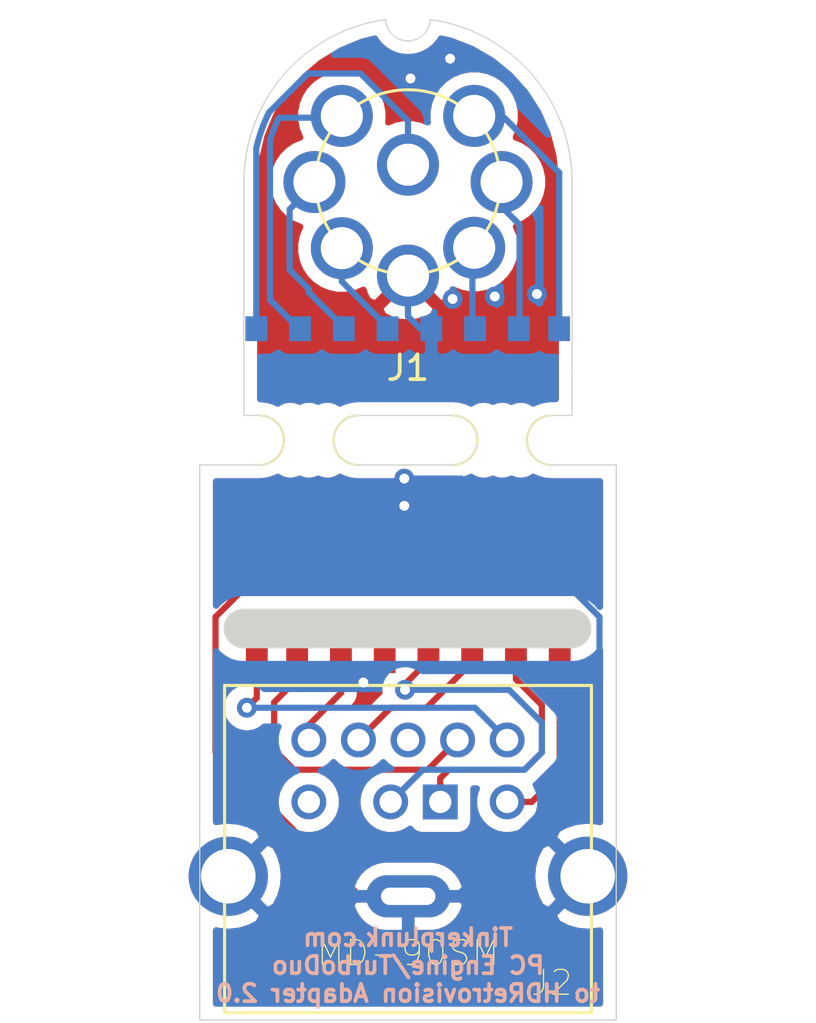
<source format=kicad_pcb>
(kicad_pcb (version 20171130) (host pcbnew "(5.1.0)-1")

  (general
    (thickness 1.6)
    (drawings 22)
    (tracks 119)
    (zones 0)
    (modules 6)
    (nets 11)
  )

  (page A4)
  (layers
    (0 F.Cu signal)
    (31 B.Cu signal)
    (32 B.Adhes user)
    (33 F.Adhes user)
    (34 B.Paste user)
    (35 F.Paste user)
    (36 B.SilkS user)
    (37 F.SilkS user)
    (38 B.Mask user)
    (39 F.Mask user)
    (40 Dwgs.User user)
    (41 Cmts.User user)
    (42 Eco1.User user hide)
    (43 Eco2.User user)
    (44 Edge.Cuts user)
    (45 Margin user)
    (46 B.CrtYd user)
    (47 F.CrtYd user)
    (48 B.Fab user)
    (49 F.Fab user)
  )

  (setup
    (last_trace_width 0.25)
    (trace_clearance 0.2)
    (zone_clearance 0.508)
    (zone_45_only no)
    (trace_min 0.2)
    (via_size 0.8)
    (via_drill 0.4)
    (via_min_size 0.4)
    (via_min_drill 0.3)
    (uvia_size 0.3)
    (uvia_drill 0.1)
    (uvias_allowed no)
    (uvia_min_size 0.2)
    (uvia_min_drill 0.1)
    (edge_width 0.05)
    (segment_width 0.2)
    (pcb_text_width 0.3)
    (pcb_text_size 1.5 1.5)
    (mod_edge_width 0.12)
    (mod_text_size 1 1)
    (mod_text_width 0.15)
    (pad_size 3.2 3.2)
    (pad_drill 2.2)
    (pad_to_mask_clearance 0.051)
    (solder_mask_min_width 0.25)
    (aux_axis_origin 0 0)
    (visible_elements 7FFFFFFF)
    (pcbplotparams
      (layerselection 0x010f0_ffffffff)
      (usegerberextensions true)
      (usegerberattributes false)
      (usegerberadvancedattributes false)
      (creategerberjobfile false)
      (excludeedgelayer true)
      (linewidth 0.100000)
      (plotframeref false)
      (viasonmask false)
      (mode 1)
      (useauxorigin false)
      (hpglpennumber 1)
      (hpglpenspeed 20)
      (hpglpendiameter 15.000000)
      (psnegative false)
      (psa4output false)
      (plotreference true)
      (plotvalue true)
      (plotinvisibletext false)
      (padsonsilk false)
      (subtractmaskfromsilk false)
      (outputformat 1)
      (mirror false)
      (drillshape 0)
      (scaleselection 1)
      (outputdirectory "Gerbers/"))
  )

  (net 0 "")
  (net 1 SYNC)
  (net 2 LEFT)
  (net 3 GND)
  (net 4 RED)
  (net 5 BLUE)
  (net 6 5V)
  (net 7 RIGHT)
  (net 8 GREEN)
  (net 9 "Net-(J2-Pad6)")
  (net 10 "Net-(J2-Pad5)")

  (net_class Default "This is the default net class."
    (clearance 0.2)
    (trace_width 0.25)
    (via_dia 0.8)
    (via_drill 0.4)
    (uvia_dia 0.3)
    (uvia_drill 0.1)
    (add_net 5V)
    (add_net BLUE)
    (add_net GND)
    (add_net GREEN)
    (add_net LEFT)
    (add_net "Net-(J2-Pad5)")
    (add_net "Net-(J2-Pad6)")
    (add_net RED)
    (add_net RIGHT)
    (add_net SYNC)
  )

  (module CUI_MD-90SM:CUI_MD-90SM (layer F.Cu) (tedit 5D27ABC1) (tstamp 5D0E40C8)
    (at 198.6 127 180)
    (path /5D0D9F7E)
    (fp_text reference J2 (at -5.8 -3.5 180) (layer F.SilkS)
      (effects (font (size 1.00068 1.00068) (thickness 0.05)))
    )
    (fp_text value MD-90SM (at 0 -2.3 180) (layer F.SilkS)
      (effects (font (size 1.00194 1.00194) (thickness 0.05)))
    )
    (fp_line (start -7.4 -4.71) (end 7.4 -4.71) (layer F.SilkS) (width 0.127))
    (fp_line (start 7.4 8.5) (end -7.4 8.5) (layer F.SilkS) (width 0.127))
    (fp_line (start -1.4578 -4.63026) (end -1.4578 -3.82226) (layer Eco2.User) (width 0.1524))
    (fp_line (start -1.4578 -3.82226) (end 1.4378 -3.82226) (layer Eco2.User) (width 0.1524))
    (fp_line (start 1.4378 -3.82226) (end 1.4378 -4.63026) (layer Eco2.User) (width 0.1524))
    (fp_text user PANEL~FRONT (at -1.10423 -4.20527 180 unlocked) (layer Dwgs.User)
      (effects (font (size 1 1) (thickness 0.05)))
    )
    (fp_line (start -7.65 -4.96) (end 7.65 -4.96) (layer Eco1.User) (width 0.05))
    (fp_line (start 7.65 8.75) (end -7.65 8.75) (layer Eco1.User) (width 0.05))
    (fp_line (start -3.51 -4.71) (end -3.51 1.29) (layer Eco2.User) (width 0.1524))
    (fp_line (start -3.51 1.29) (end 3.49 1.29) (layer Eco2.User) (width 0.1524))
    (fp_line (start 3.49 1.29) (end 3.49 -4.71) (layer Eco2.User) (width 0.1524))
    (fp_line (start -7.4 8.5) (end -7.4 -4.7) (layer Eco2.User) (width 0.127))
    (fp_line (start -7.4 -4.7) (end 7.4 -4.7) (layer Eco2.User) (width 0.127))
    (fp_line (start 7.4 -4.7) (end 7.4 8.5) (layer Eco2.User) (width 0.127))
    (fp_line (start 7.4 8.5) (end -7.4 8.5) (layer Eco2.User) (width 0.127))
    (fp_line (start -7.4 -4.7) (end -7.4 -1) (layer F.SilkS) (width 0.127))
    (fp_line (start -7.4 8.5) (end -7.4 -1) (layer F.SilkS) (width 0.127))
    (fp_line (start 7.4 -4.7) (end 7.4 -1) (layer F.SilkS) (width 0.127))
    (fp_line (start 7.4 8.5) (end 7.4 -1) (layer F.SilkS) (width 0.127))
    (fp_line (start -7.65 -4.96) (end -7.65 -1.01) (layer Eco1.User) (width 0.05))
    (fp_line (start -7.65 -1.01) (end -7.65 -1.01) (layer Eco1.User) (width 0.05))
    (fp_line (start -7.65 -1.01) (end -7.65 2.82) (layer Eco1.User) (width 0.05))
    (fp_line (start -7.65 2.82) (end -7.65 2.82) (layer Eco1.User) (width 0.05))
    (fp_line (start -7.65 2.82) (end -7.65 8.75) (layer Eco1.User) (width 0.05))
    (fp_line (start 7.65 -4.96) (end 7.65 -1.11) (layer Eco1.User) (width 0.05))
    (fp_line (start 7.65 -1.11) (end 7.66 -1.11) (layer Eco1.User) (width 0.05))
    (fp_line (start 7.66 -1.11) (end 7.66 2.75) (layer Eco1.User) (width 0.05))
    (fp_line (start 7.66 2.75) (end 7.66 2.75) (layer Eco1.User) (width 0.05))
    (fp_line (start 7.65 8.75) (end 7.65 2.75) (layer Eco1.User) (width 0.05))
    (pad S1 thru_hole oval (at -0.01 -0.01 180) (size 3.4 1.7) (drill oval 2.2 0.7) (layers *.Cu *.Mask)
      (net 3 GND))
    (pad 3 thru_hole circle (at -4 3.8 180) (size 1.408 1.408) (drill 0.9) (layers *.Cu *.Mask)
      (net 8 GREEN))
    (pad 1 thru_hole rect (at -1.3 3.8 180) (size 1.408 1.408) (drill 0.9) (layers *.Cu *.Mask)
      (net 5 BLUE))
    (pad 2 thru_hole circle (at 0.7 3.8 180) (size 1.408 1.408) (drill 0.9) (layers *.Cu *.Mask)
      (net 6 5V))
    (pad 6 thru_hole circle (at 4 3.8 180) (size 1.408 1.408) (drill 0.9) (layers *.Cu *.Mask)
      (net 9 "Net-(J2-Pad6)"))
    (pad 7 thru_hole circle (at -4 6.3 180) (size 1.408 1.408) (drill 0.9) (layers *.Cu *.Mask)
      (net 4 RED))
    (pad 9 thru_hole circle (at 4 6.3 180) (size 1.408 1.408) (drill 0.9) (layers *.Cu *.Mask)
      (net 7 RIGHT))
    (pad 8 thru_hole circle (at 2 6.3 180) (size 1.408 1.408) (drill 0.9) (layers *.Cu *.Mask)
      (net 2 LEFT))
    (pad 4 thru_hole circle (at -2 6.3 180) (size 1.408 1.408) (drill 0.9) (layers *.Cu *.Mask)
      (net 1 SYNC))
    (pad 5 thru_hole circle (at 0 6.3 180) (size 1.408 1.408) (drill 0.9) (layers *.Cu *.Mask)
      (net 10 "Net-(J2-Pad5)"))
    (pad S thru_hole circle (at 7.25 0.8 180) (size 3.2 3.2) (drill 2.2) (layers *.Cu *.Mask)
      (net 3 GND))
    (pad S thru_hole circle (at -7.25 0.8 180) (size 3.2 3.2) (drill 2.2) (layers *.Cu *.Mask)
      (net 3 GND))
    (model "C:/Users/jacob/Documents/Github/Tinkerplunk-KiCAD-Footprints/Tinkerplunk.pretty/3D Models/CUI_MD-90S.step"
      (offset (xyz 0 4.75 6.5))
      (scale (xyz 1 1 1))
      (rotate (xyz -90 0 -90))
    )
  )

  (module Tinkerplunk:8_PIN_DIN_MALE (layer F.Cu) (tedit 5D1D0892) (tstamp 5D0E4095)
    (at 198.6 98.18)
    (path /5D0D9AEA)
    (fp_text reference J1 (at 0 7.5) (layer F.SilkS)
      (effects (font (size 1 1) (thickness 0.15)))
    )
    (fp_text value DIN-8 (at 0 -6.5) (layer F.Fab)
      (effects (font (size 1 1) (thickness 0.15)))
    )
    (fp_circle (center 0 0) (end 3.725 0) (layer F.SilkS) (width 0.12))
    (pad 3 thru_hole circle (at 3.775 0) (size 2.5 2.5) (drill 1.7) (layers *.Cu *.Mask)
      (net 1 SYNC))
    (pad 1 thru_hole circle (at -3.775 0) (size 2.5 2.5) (drill 1.7) (layers *.Cu *.Mask)
      (net 2 LEFT))
    (pad 2 thru_hole circle (at 0 3.775) (size 2.5 2.5) (drill 1.7) (layers *.Cu *.Mask)
      (net 3 GND))
    (pad 7 thru_hole circle (at 2.669328 -2.669328) (size 2.5 2.5) (drill 1.7) (layers *.Cu *.Mask)
      (net 4 RED))
    (pad 6 thru_hole circle (at -2.669328 -2.669328) (size 2.5 2.5) (drill 1.7) (layers *.Cu *.Mask)
      (net 5 BLUE))
    (pad 4 thru_hole circle (at -2.669328 2.669328) (size 2.5 2.5) (drill 1.7) (layers *.Cu *.Mask)
      (net 6 5V))
    (pad 5 thru_hole circle (at 2.669328 2.651651) (size 2.5 2.5) (drill 1.7) (layers *.Cu *.Mask)
      (net 7 RIGHT))
    (pad 8 thru_hole circle (at 0 -0.7) (size 2.5 2.5) (drill 1.7) (layers *.Cu *.Mask)
      (net 8 GREEN))
  )

  (module TestPoint:TestPoint_Pad_1.0x1.0mm (layer B.Cu) (tedit 5D0DB027) (tstamp 5D0E4F18)
    (at 205.22 118 180)
    (descr "SMD rectangular pad as test Point, square 1.0mm side length")
    (tags "test point SMD pad rectangle square")
    (attr virtual)
    (fp_text reference REF** (at 0 3.65 180) (layer B.SilkS) hide
      (effects (font (size 1 1) (thickness 0.15)) (justify mirror))
    )
    (fp_text value TestPoint_Pad_1.0x1.0mm (at 0 -3.65 180) (layer B.Fab)
      (effects (font (size 1 1) (thickness 0.15)) (justify mirror))
    )
    (fp_text user %R (at 0 3.65 180) (layer B.Fab)
      (effects (font (size 1 1) (thickness 0.15)) (justify mirror))
    )
    (pad 8 smd rect (at 12.72 0.5 180) (size 0.882667 1) (layers F.Cu F.Mask)
      (net 4 RED))
    (pad 7 smd rect (at 11.092004 0.5 180) (size 0.882667 1) (layers F.Cu F.Mask)
      (net 1 SYNC))
    (pad 6 smd rect (at 9.32667 0.5 180) (size 0.882667 1) (layers F.Cu F.Mask)
      (net 7 RIGHT))
    (pad 5 smd rect (at 7.561336 0.5 180) (size 0.882667 1) (layers F.Cu F.Mask)
      (net 3 GND))
    (pad 4 smd rect (at 5.796002 0.5 180) (size 0.882667 1) (layers F.Cu F.Mask)
      (net 6 5V))
    (pad 3 smd rect (at 4.030668 0.5 180) (size 0.882667 1) (layers F.Cu F.Mask)
      (net 2 LEFT))
    (pad 2 smd rect (at 2.265334 0.5 180) (size 0.882667 1) (layers F.Cu F.Mask)
      (net 5 BLUE))
    (pad 1 smd rect (at 0.5 0.5 180) (size 0.882667 1) (layers F.Cu F.Mask)
      (net 8 GREEN))
  )

  (module Panelization:mouse-bite-2mm-slot (layer F.Cu) (tedit 551DB891) (tstamp 5D0E527B)
    (at 202.4 108.6)
    (fp_text reference mouse-bite-2mm-slot (at 0 -2) (layer F.SilkS) hide
      (effects (font (size 1 1) (thickness 0.2)))
    )
    (fp_text value VAL** (at 0 2.1) (layer F.SilkS) hide
      (effects (font (size 1 1) (thickness 0.2)))
    )
    (fp_arc (start -2 0) (end -2 -1) (angle 180) (layer F.SilkS) (width 0.1))
    (fp_arc (start 2 0) (end 2 1) (angle 180) (layer F.SilkS) (width 0.1))
    (fp_circle (center 2 0) (end 2.06 0) (layer Dwgs.User) (width 0.05))
    (fp_circle (center -2 0) (end -2 -0.06) (layer Dwgs.User) (width 0.05))
    (fp_line (start -2 0) (end -2 0) (layer Eco1.User) (width 2))
    (fp_line (start 2 0) (end 2 0) (layer Eco1.User) (width 2))
    (pad "" np_thru_hole circle (at 0 -0.75) (size 0.5 0.5) (drill 0.5) (layers *.Cu *.Mask))
    (pad "" np_thru_hole circle (at 0 0.75) (size 0.5 0.5) (drill 0.5) (layers *.Cu *.Mask))
    (pad "" np_thru_hole circle (at 0.75 -0.75) (size 0.5 0.5) (drill 0.5) (layers *.Cu *.Mask))
    (pad "" np_thru_hole circle (at -0.75 -0.75) (size 0.5 0.5) (drill 0.5) (layers *.Cu *.Mask))
    (pad "" np_thru_hole circle (at -0.75 0.75) (size 0.5 0.5) (drill 0.5) (layers *.Cu *.Mask))
    (pad "" np_thru_hole circle (at 0.75 0.75) (size 0.5 0.5) (drill 0.5) (layers *.Cu *.Mask))
  )

  (module Panelization:mouse-bite-2mm-slot (layer F.Cu) (tedit 551DB891) (tstamp 5D0E526A)
    (at 194.6 108.6)
    (fp_text reference mouse-bite-2mm-slot (at 0 -2) (layer F.SilkS) hide
      (effects (font (size 1 1) (thickness 0.2)))
    )
    (fp_text value VAL** (at 0 2.1) (layer F.SilkS) hide
      (effects (font (size 1 1) (thickness 0.2)))
    )
    (fp_line (start 2 0) (end 2 0) (layer Eco1.User) (width 2))
    (fp_line (start -2 0) (end -2 0) (layer Eco1.User) (width 2))
    (fp_circle (center -2 0) (end -2 -0.06) (layer Dwgs.User) (width 0.05))
    (fp_circle (center 2 0) (end 2.06 0) (layer Dwgs.User) (width 0.05))
    (fp_arc (start 2 0) (end 2 1) (angle 180) (layer F.SilkS) (width 0.1))
    (fp_arc (start -2 0) (end -2 -1) (angle 180) (layer F.SilkS) (width 0.1))
    (pad "" np_thru_hole circle (at 0.75 0.75) (size 0.5 0.5) (drill 0.5) (layers *.Cu *.Mask))
    (pad "" np_thru_hole circle (at -0.75 0.75) (size 0.5 0.5) (drill 0.5) (layers *.Cu *.Mask))
    (pad "" np_thru_hole circle (at -0.75 -0.75) (size 0.5 0.5) (drill 0.5) (layers *.Cu *.Mask))
    (pad "" np_thru_hole circle (at 0.75 -0.75) (size 0.5 0.5) (drill 0.5) (layers *.Cu *.Mask))
    (pad "" np_thru_hole circle (at 0 0.75) (size 0.5 0.5) (drill 0.5) (layers *.Cu *.Mask))
    (pad "" np_thru_hole circle (at 0 -0.75) (size 0.5 0.5) (drill 0.5) (layers *.Cu *.Mask))
  )

  (module TestPoint:TestPoint_Pad_1.0x1.0mm (layer F.Cu) (tedit 5D0DA76B) (tstamp 5D0E4416)
    (at 191.98 104.6)
    (descr "SMD rectangular pad as test Point, square 1.0mm side length")
    (tags "test point SMD pad rectangle square")
    (attr virtual)
    (fp_text reference REF** (at 0 -3.65) (layer F.SilkS) hide
      (effects (font (size 1 1) (thickness 0.15)))
    )
    (fp_text value TestPoint_Pad_1.0x1.0mm (at 0 3.65) (layer F.Fab)
      (effects (font (size 1 1) (thickness 0.15)))
    )
    (fp_text user %R (at 0 -3.65) (layer F.Fab)
      (effects (font (size 1 1) (thickness 0.15)))
    )
    (pad 1 smd rect (at 0.5 -0.5) (size 0.882667 1) (layers B.Cu B.Mask)
      (net 8 GREEN))
    (pad 2 smd rect (at 2.265334 -0.5) (size 0.882667 1) (layers B.Cu B.Mask)
      (net 5 BLUE))
    (pad 3 smd rect (at 4.030668 -0.5) (size 0.882667 1) (layers B.Cu B.Mask)
      (net 2 LEFT))
    (pad 4 smd rect (at 5.796002 -0.5) (size 0.882667 1) (layers B.Cu B.Mask)
      (net 6 5V))
    (pad 5 smd rect (at 7.561336 -0.5) (size 0.882667 1) (layers B.Cu B.Mask)
      (net 3 GND))
    (pad 6 smd rect (at 9.32667 -0.5) (size 0.882667 1) (layers B.Cu B.Mask)
      (net 7 RIGHT))
    (pad 7 smd rect (at 11.092004 -0.5) (size 0.882667 1) (layers B.Cu B.Mask)
      (net 1 SYNC))
    (pad 8 smd rect (at 12.72 -0.5) (size 0.882667 1) (layers B.Cu B.Mask)
      (net 4 RED))
  )

  (gr_line (start 191.96 116.2) (end 205.2 116.2) (layer Edge.Cuts) (width 1.6) (tstamp 5D0E4F11))
  (gr_arc (start 198.6 98.18) (end 205.22 98.18) (angle -82.2115209) (layer Edge.Cuts) (width 0.05) (tstamp 5D27552A))
  (gr_arc (start 198.597118 91.581069) (end 197.697118 91.621069) (angle -174.9103912) (layer Edge.Cuts) (width 0.05))
  (gr_text "Tinkerplunk.com\nPC Engine/TurboDuo\nto HDRetrovision Adapter 2.0" (at 198.6 129.8) (layer B.SilkS)
    (effects (font (size 0.7 0.7) (thickness 0.15)) (justify mirror))
  )
  (gr_line (start 205.22 106) (end 205.22 107.6) (layer Edge.Cuts) (width 0.05) (tstamp 5D0E52C2))
  (gr_line (start 191.98 106) (end 191.98 107.6) (layer Edge.Cuts) (width 0.05) (tstamp 5D0E52B3))
  (gr_line (start 192.6 107.6) (end 191.98 107.6) (layer Edge.Cuts) (width 0.05) (tstamp 5D0E52A1))
  (gr_line (start 200.4 107.6) (end 196.6 107.6) (layer Edge.Cuts) (width 0.05) (tstamp 5D0E52A0))
  (gr_line (start 204.4 109.6) (end 207 109.6) (layer Edge.Cuts) (width 0.05) (tstamp 5D0E529F))
  (gr_line (start 196.6 109.6) (end 200.4 109.6) (layer Edge.Cuts) (width 0.05) (tstamp 5D0E529E))
  (gr_arc (start 192.6 108.6) (end 192.6 109.6) (angle -180) (layer Edge.Cuts) (width 0.05))
  (gr_arc (start 196.6 108.6) (end 196.6 107.6) (angle -180) (layer Edge.Cuts) (width 0.05))
  (gr_arc (start 204.4 108.6) (end 204.4 107.6) (angle -180) (layer Edge.Cuts) (width 0.05))
  (gr_arc (start 200.4 108.6) (end 200.4 109.6) (angle -180) (layer Edge.Cuts) (width 0.05))
  (gr_line (start 190.2 132) (end 190.2 109.6) (layer Edge.Cuts) (width 0.05) (tstamp 5D0E50B1))
  (gr_line (start 207 132) (end 207 109.6) (layer Edge.Cuts) (width 0.05) (tstamp 5D0E50B0))
  (gr_line (start 190.2 132) (end 207 132) (layer Edge.Cuts) (width 0.05) (tstamp 5D0E50AE))
  (gr_line (start 190.2 109.6) (end 192.6 109.6) (layer Edge.Cuts) (width 0.05) (tstamp 5D0E48C6))
  (gr_line (start 205.22 106) (end 205.22 98.18) (layer Edge.Cuts) (width 0.05) (tstamp 5D0E432B))
  (gr_line (start 204.4 107.6) (end 205.22 107.6) (layer Edge.Cuts) (width 0.05))
  (gr_line (start 191.98 98.18) (end 191.98 106) (layer Edge.Cuts) (width 0.05))
  (gr_arc (start 198.6 98.18) (end 197.697118 91.621069) (angle -82.16210171) (layer Edge.Cuts) (width 0.05))

  (segment (start 194.127996 118.25) (end 194.127996 117.5) (width 0.25) (layer F.Cu) (net 1))
  (segment (start 193.2 119.177996) (end 194.127996 118.25) (width 0.25) (layer F.Cu) (net 1))
  (segment (start 193.2 121.1) (end 193.2 119.177996) (width 0.25) (layer F.Cu) (net 1))
  (segment (start 194 121.9) (end 193.2 121.1) (width 0.25) (layer F.Cu) (net 1))
  (segment (start 200.6 120.7) (end 199.4 121.9) (width 0.25) (layer F.Cu) (net 1))
  (segment (start 199.4 121.9) (end 194 121.9) (width 0.25) (layer F.Cu) (net 1))
  (segment (start 203.1 99.9) (end 203.1 104.1) (width 0.25) (layer B.Cu) (net 1))
  (segment (start 202.275 98.18) (end 202.275 99.075) (width 0.25) (layer B.Cu) (net 1))
  (segment (start 202.275 99.075) (end 203.1 99.9) (width 0.25) (layer B.Cu) (net 1))
  (segment (start 203.072004 104.027996) (end 203.072004 104.1) (width 0.25) (layer B.Cu) (net 1))
  (segment (start 203.1 104) (end 203.072004 104.027996) (width 0.25) (layer B.Cu) (net 1))
  (segment (start 201.189332 117.558666) (end 201.189332 117.5) (width 0.25) (layer F.Cu) (net 2))
  (segment (start 199.347998 119.4) (end 201.189332 117.558666) (width 0.25) (layer F.Cu) (net 2))
  (segment (start 196.6 120.7) (end 197.9 119.4) (width 0.25) (layer F.Cu) (net 2))
  (segment (start 197.9 119.4) (end 199.347998 119.4) (width 0.25) (layer F.Cu) (net 2))
  (segment (start 193.825001 101.725001) (end 194.6 102.5) (width 0.25) (layer B.Cu) (net 2))
  (segment (start 194.925 98.18) (end 193.825001 99.279999) (width 0.25) (layer B.Cu) (net 2))
  (segment (start 193.825001 99.279999) (end 193.825001 101.725001) (width 0.25) (layer B.Cu) (net 2))
  (segment (start 196.010668 104.041334) (end 196.010668 104.1) (width 0.25) (layer B.Cu) (net 2))
  (segment (start 194.6 102.630666) (end 196.010668 104.041334) (width 0.25) (layer B.Cu) (net 2))
  (segment (start 194.6 102.5) (end 194.6 102.630666) (width 0.25) (layer B.Cu) (net 2))
  (via (at 198.45 110.15) (size 0.8) (drill 0.4) (layers F.Cu B.Cu) (net 3))
  (via (at 198.45 111.25) (size 0.8) (drill 0.4) (layers F.Cu B.Cu) (net 3))
  (via (at 198.7 94) (size 0.8) (drill 0.4) (layers F.Cu B.Cu) (net 3))
  (via (at 200.4 102.9) (size 0.8) (drill 0.4) (layers F.Cu B.Cu) (net 3))
  (via (at 202.1 102.8) (size 0.8) (drill 0.4) (layers F.Cu B.Cu) (net 3))
  (via (at 203.8 102.7) (size 0.8) (drill 0.4) (layers F.Cu B.Cu) (net 3))
  (via (at 200.3 93.2) (size 0.8) (drill 0.4) (layers F.Cu B.Cu) (net 3))
  (via (at 196.798372 118.380777) (size 0.8) (drill 0.4) (layers F.Cu B.Cu) (net 3))
  (segment (start 197.658664 117.5) (end 197.658664 117.558666) (width 0.25) (layer F.Cu) (net 3))
  (segment (start 196.836553 118.380777) (end 196.798372 118.380777) (width 0.25) (layer F.Cu) (net 3))
  (segment (start 197.658664 117.558666) (end 196.836553 118.380777) (width 0.25) (layer F.Cu) (net 3))
  (segment (start 199.1 104.1) (end 199.5 104.1) (width 0.25) (layer B.Cu) (net 3))
  (segment (start 198.6 101.855) (end 198.6 103.6) (width 0.25) (layer B.Cu) (net 3))
  (segment (start 198.6 103.6) (end 199.1 104.1) (width 0.25) (layer B.Cu) (net 3))
  (segment (start 197.884315 111.25) (end 198.45 111.25) (width 0.25) (layer F.Cu) (net 3))
  (segment (start 195.318996 111.25) (end 197.884315 111.25) (width 0.25) (layer F.Cu) (net 3))
  (segment (start 190.83499 115.734006) (end 195.318996 111.25) (width 0.25) (layer F.Cu) (net 3))
  (segment (start 190.83499 121.18499) (end 190.83499 115.734006) (width 0.25) (layer F.Cu) (net 3))
  (segment (start 196.66 127.01) (end 190.83499 121.18499) (width 0.25) (layer F.Cu) (net 3))
  (segment (start 198.61 127.01) (end 196.66 127.01) (width 0.25) (layer F.Cu) (net 3))
  (segment (start 199.015685 110.15) (end 198.45 110.15) (width 0.25) (layer B.Cu) (net 3))
  (segment (start 200.741004 110.15) (end 199.015685 110.15) (width 0.25) (layer B.Cu) (net 3))
  (segment (start 206.32501 115.734006) (end 200.741004 110.15) (width 0.25) (layer B.Cu) (net 3))
  (segment (start 206.32501 121.24499) (end 206.32501 115.734006) (width 0.25) (layer B.Cu) (net 3))
  (segment (start 200.56 127.01) (end 206.32501 121.24499) (width 0.25) (layer B.Cu) (net 3))
  (segment (start 198.61 127.01) (end 200.56 127.01) (width 0.25) (layer B.Cu) (net 3))
  (segment (start 204.7 103.35) (end 204.7 104.1) (width 0.25) (layer B.Cu) (net 4))
  (via (at 192.1 119.4) (size 0.8) (drill 0.4) (layers F.Cu B.Cu) (net 4))
  (segment (start 202.6 120.7) (end 201.3 119.4) (width 0.25) (layer B.Cu) (net 4))
  (segment (start 201.3 119.4) (end 192.1 119.4) (width 0.25) (layer B.Cu) (net 4))
  (segment (start 192.5 119) (end 192.5 117.5) (width 0.25) (layer F.Cu) (net 4))
  (segment (start 192.1 119.4) (end 192.5 119) (width 0.25) (layer F.Cu) (net 4))
  (segment (start 204.7 97.8) (end 204.7 104.2) (width 0.25) (layer B.Cu) (net 4))
  (segment (start 202.5 95.6) (end 204.7 97.8) (width 0.25) (layer B.Cu) (net 4))
  (segment (start 201.198617 95.581383) (end 201.217234 95.6) (width 0.25) (layer B.Cu) (net 4))
  (segment (start 201.217234 95.6) (end 202.5 95.6) (width 0.25) (layer B.Cu) (net 4))
  (segment (start 194.245334 104.041334) (end 194.245334 104.1) (width 0.25) (layer B.Cu) (net 5))
  (segment (start 202.954666 118.25) (end 202.954666 117.5) (width 0.25) (layer F.Cu) (net 5))
  (segment (start 199.9 122.246) (end 200.246 121.9) (width 0.25) (layer F.Cu) (net 5))
  (segment (start 199.9 123.2) (end 199.9 122.246) (width 0.25) (layer F.Cu) (net 5))
  (segment (start 200.246 121.9) (end 203.3 121.9) (width 0.25) (layer F.Cu) (net 5))
  (segment (start 203.3 121.9) (end 204 121.2) (width 0.25) (layer F.Cu) (net 5))
  (segment (start 204 121.2) (end 204 119.295334) (width 0.25) (layer F.Cu) (net 5))
  (segment (start 204 119.295334) (end 202.954666 118.25) (width 0.25) (layer F.Cu) (net 5))
  (segment (start 193.073812 96.354427) (end 193.033667 96.481147) (width 0.25) (layer B.Cu) (net 5))
  (segment (start 193.120275 96.21937) (end 193.073812 96.354427) (width 0.25) (layer B.Cu) (net 5))
  (segment (start 193.170048 96.085462) (end 193.120275 96.21937) (width 0.25) (layer B.Cu) (net 5))
  (segment (start 196.001383 95.581383) (end 193.418617 95.581383) (width 0.25) (layer B.Cu) (net 5))
  (segment (start 193.033667 102.933667) (end 194.2 104.1) (width 0.25) (layer B.Cu) (net 5))
  (segment (start 193.033667 96.481147) (end 193.033667 102.933667) (width 0.25) (layer B.Cu) (net 5))
  (segment (start 193.367949 95.632051) (end 193.338857 95.691658) (width 0.25) (layer B.Cu) (net 5))
  (segment (start 193.338857 95.691658) (end 193.279349 95.821582) (width 0.25) (layer B.Cu) (net 5))
  (segment (start 193.279349 95.821582) (end 193.223103 95.952794) (width 0.25) (layer B.Cu) (net 5))
  (segment (start 193.418617 95.581383) (end 193.367949 95.632051) (width 0.25) (layer B.Cu) (net 5))
  (segment (start 193.223103 95.952794) (end 193.170048 96.085462) (width 0.25) (layer B.Cu) (net 5))
  (via (at 198.48 118.675) (size 0.8) (drill 0.4) (layers F.Cu B.Cu) (net 6))
  (segment (start 198.48 118.443998) (end 199.423998 117.5) (width 0.25) (layer F.Cu) (net 6))
  (segment (start 198.48 118.675) (end 198.48 118.443998) (width 0.25) (layer F.Cu) (net 6))
  (segment (start 202.675 118.675) (end 198.48 118.675) (width 0.25) (layer B.Cu) (net 6))
  (segment (start 204 120) (end 202.675 118.675) (width 0.25) (layer B.Cu) (net 6))
  (segment (start 204 121.2) (end 204 120) (width 0.25) (layer B.Cu) (net 6))
  (segment (start 203.3 121.9) (end 204 121.2) (width 0.25) (layer B.Cu) (net 6))
  (segment (start 197.9 123.2) (end 199.2 121.9) (width 0.25) (layer B.Cu) (net 6))
  (segment (start 199.2 121.9) (end 203.3 121.9) (width 0.25) (layer B.Cu) (net 6))
  (segment (start 196.001383 100.778617) (end 195.930672 100.849328) (width 0.25) (layer B.Cu) (net 6))
  (segment (start 197.776002 104.041334) (end 197.776002 104.1) (width 0.25) (layer B.Cu) (net 6))
  (segment (start 195.930672 102.196004) (end 197.776002 104.041334) (width 0.25) (layer B.Cu) (net 6))
  (segment (start 195.930672 100.849328) (end 195.930672 102.196004) (width 0.25) (layer B.Cu) (net 6))
  (segment (start 201.198617 103.991947) (end 201.30667 104.1) (width 0.25) (layer B.Cu) (net 7))
  (segment (start 195.89333 117.558666) (end 195.89333 117.5) (width 0.25) (layer F.Cu) (net 7))
  (segment (start 195.9 117.565336) (end 195.89333 117.558666) (width 0.25) (layer F.Cu) (net 7))
  (segment (start 195.9 118.8) (end 195.9 117.565336) (width 0.25) (layer F.Cu) (net 7))
  (segment (start 194.6 120.7) (end 194.6 120.1) (width 0.25) (layer F.Cu) (net 7))
  (segment (start 194.6 120.1) (end 195.9 118.8) (width 0.25) (layer F.Cu) (net 7))
  (segment (start 201.198617 103.998617) (end 201.3 104.1) (width 0.25) (layer B.Cu) (net 7))
  (segment (start 201.198617 100.76094) (end 201.198617 103.998617) (width 0.25) (layer B.Cu) (net 7))
  (segment (start 204.72 118.25) (end 204.72 117.5) (width 0.25) (layer F.Cu) (net 8))
  (segment (start 204.72 122.075606) (end 204.72 118.25) (width 0.25) (layer F.Cu) (net 8))
  (segment (start 203.595606 123.2) (end 204.72 122.075606) (width 0.25) (layer F.Cu) (net 8))
  (segment (start 202.6 123.2) (end 203.595606 123.2) (width 0.25) (layer F.Cu) (net 8))
  (segment (start 192.48 103.35) (end 192.48 104.1) (width 0.25) (layer B.Cu) (net 8))
  (segment (start 192.48 104.08) (end 192.5 104.1) (width 0.25) (layer B.Cu) (net 8))
  (segment (start 192.93201 95.499265) (end 192.867919 95.639193) (width 0.25) (layer B.Cu) (net 8))
  (segment (start 192.99654 95.36705) (end 192.93201 95.499265) (width 0.25) (layer B.Cu) (net 8))
  (segment (start 192.646491 96.213229) (end 192.60001 96.35995) (width 0.25) (layer B.Cu) (net 8))
  (segment (start 192.807317 95.780566) (end 192.750163 95.923484) (width 0.25) (layer B.Cu) (net 8))
  (segment (start 192.557153 96.507741) (end 192.517939 96.656523) (width 0.25) (layer B.Cu) (net 8))
  (segment (start 194.56359 93.8) (end 192.99654 95.36705) (width 0.25) (layer B.Cu) (net 8))
  (segment (start 198.6 97.48) (end 198.6 95.712234) (width 0.25) (layer B.Cu) (net 8))
  (segment (start 196.687766 93.8) (end 194.56359 93.8) (width 0.25) (layer B.Cu) (net 8))
  (segment (start 198.6 95.712234) (end 196.687766 93.8) (width 0.25) (layer B.Cu) (net 8))
  (segment (start 192.867919 95.639193) (end 192.807317 95.780566) (width 0.25) (layer B.Cu) (net 8))
  (segment (start 192.750163 95.923484) (end 192.696545 96.067733) (width 0.25) (layer B.Cu) (net 8))
  (segment (start 192.696545 96.067733) (end 192.646491 96.213229) (width 0.25) (layer B.Cu) (net 8))
  (segment (start 192.60001 96.35995) (end 192.557153 96.507741) (width 0.25) (layer B.Cu) (net 8))
  (segment (start 192.517939 96.656523) (end 192.482384 96.806233) (width 0.25) (layer B.Cu) (net 8))
  (segment (start 192.482384 96.806233) (end 192.48 96.817494) (width 0.25) (layer B.Cu) (net 8))
  (segment (start 192.48 96.817494) (end 192.48 104.08) (width 0.25) (layer B.Cu) (net 8))

  (zone (net 3) (net_name GND) (layer F.Cu) (tstamp 5D27A954) (hatch edge 0.508)
    (connect_pads (clearance 0.508))
    (min_thickness 0.254)
    (fill yes (arc_segments 32) (thermal_gap 0.508) (thermal_bridge_width 0.508))
    (polygon
      (pts
        (xy 190.1 132.1) (xy 190.1 109.5) (xy 191.9 107.6) (xy 191.9 91.5) (xy 205.3 91.5)
        (xy 205.3 107.6) (xy 207.2 109.5) (xy 207.2 132.1)
      )
    )
    (filled_polygon
      (pts
        (xy 206.34 124.01571) (xy 206.249945 123.990086) (xy 205.811127 123.954524) (xy 205.373803 124.005254) (xy 204.954779 124.140326)
        (xy 204.634802 124.311357) (xy 204.466761 124.637155) (xy 205.85 126.020395) (xy 205.864142 126.006252) (xy 206.043748 126.185858)
        (xy 206.029605 126.2) (xy 206.043748 126.214143) (xy 205.864142 126.393748) (xy 205.85 126.379605) (xy 204.466761 127.762845)
        (xy 204.634802 128.088643) (xy 205.026607 128.289426) (xy 205.450055 128.409914) (xy 205.888873 128.445476) (xy 206.326197 128.394746)
        (xy 206.34 128.390297) (xy 206.34 131.34) (xy 190.86 131.34) (xy 190.86 128.38429) (xy 190.950055 128.409914)
        (xy 191.388873 128.445476) (xy 191.826197 128.394746) (xy 192.245221 128.259674) (xy 192.565198 128.088643) (xy 192.733239 127.762845)
        (xy 191.35 126.379605) (xy 191.335858 126.393748) (xy 191.156253 126.214143) (xy 191.170395 126.2) (xy 191.529605 126.2)
        (xy 192.912845 127.583239) (xy 193.238643 127.415198) (xy 193.263398 127.36689) (xy 196.318524 127.36689) (xy 196.339437 127.460953)
        (xy 196.454709 127.729426) (xy 196.620143 127.970252) (xy 196.829381 128.174176) (xy 197.074382 128.333361) (xy 197.345731 128.44169)
        (xy 197.633 128.495) (xy 198.483 128.495) (xy 198.483 127.137) (xy 198.737 127.137) (xy 198.737 128.495)
        (xy 199.587 128.495) (xy 199.874269 128.44169) (xy 200.145618 128.333361) (xy 200.390619 128.174176) (xy 200.599857 127.970252)
        (xy 200.765291 127.729426) (xy 200.880563 127.460953) (xy 200.901476 127.36689) (xy 200.780155 127.137) (xy 198.737 127.137)
        (xy 198.483 127.137) (xy 196.439845 127.137) (xy 196.318524 127.36689) (xy 193.263398 127.36689) (xy 193.439426 127.023393)
        (xy 193.544786 126.65311) (xy 196.318524 126.65311) (xy 196.439845 126.883) (xy 198.483 126.883) (xy 198.483 126.863)
        (xy 198.737 126.863) (xy 198.737 126.883) (xy 200.780155 126.883) (xy 200.901476 126.65311) (xy 200.880563 126.559047)
        (xy 200.765291 126.290574) (xy 200.729776 126.238873) (xy 203.604524 126.238873) (xy 203.655254 126.676197) (xy 203.790326 127.095221)
        (xy 203.961357 127.415198) (xy 204.287155 127.583239) (xy 205.670395 126.2) (xy 204.287155 124.816761) (xy 203.961357 124.984802)
        (xy 203.760574 125.376607) (xy 203.640086 125.800055) (xy 203.604524 126.238873) (xy 200.729776 126.238873) (xy 200.599857 126.049748)
        (xy 200.390619 125.845824) (xy 200.145618 125.686639) (xy 199.874269 125.57831) (xy 199.587 125.525) (xy 197.633 125.525)
        (xy 197.345731 125.57831) (xy 197.074382 125.686639) (xy 196.829381 125.845824) (xy 196.620143 126.049748) (xy 196.454709 126.290574)
        (xy 196.339437 126.559047) (xy 196.318524 126.65311) (xy 193.544786 126.65311) (xy 193.559914 126.599945) (xy 193.595476 126.161127)
        (xy 193.544746 125.723803) (xy 193.409674 125.304779) (xy 193.238643 124.984802) (xy 192.912845 124.816761) (xy 191.529605 126.2)
        (xy 191.170395 126.2) (xy 191.156253 126.185858) (xy 191.335858 126.006253) (xy 191.35 126.020395) (xy 192.733239 124.637155)
        (xy 192.565198 124.311357) (xy 192.173393 124.110574) (xy 191.749945 123.990086) (xy 191.311127 123.954524) (xy 190.873803 124.005254)
        (xy 190.86 124.009703) (xy 190.86 117.12165) (xy 190.940392 117.219608) (xy 191.158899 117.398932) (xy 191.408192 117.532182)
        (xy 191.420595 117.535944) (xy 191.420595 118) (xy 191.432855 118.124482) (xy 191.469165 118.24418) (xy 191.52813 118.354494)
        (xy 191.607482 118.451185) (xy 191.633838 118.472815) (xy 191.609744 118.482795) (xy 191.440226 118.596063) (xy 191.296063 118.740226)
        (xy 191.182795 118.909744) (xy 191.104774 119.098102) (xy 191.065 119.298061) (xy 191.065 119.501939) (xy 191.104774 119.701898)
        (xy 191.182795 119.890256) (xy 191.296063 120.059774) (xy 191.440226 120.203937) (xy 191.609744 120.317205) (xy 191.798102 120.395226)
        (xy 191.998061 120.435) (xy 192.201939 120.435) (xy 192.401898 120.395226) (xy 192.44 120.379443) (xy 192.44 121.062677)
        (xy 192.436324 121.1) (xy 192.44 121.137322) (xy 192.44 121.137332) (xy 192.450997 121.248985) (xy 192.481332 121.348987)
        (xy 192.494454 121.392246) (xy 192.565026 121.524276) (xy 192.604871 121.572826) (xy 192.659999 121.640001) (xy 192.689002 121.663803)
        (xy 193.436201 122.411002) (xy 193.459999 122.440001) (xy 193.484163 122.459832) (xy 193.413393 122.565746) (xy 193.312457 122.809428)
        (xy 193.261 123.06812) (xy 193.261 123.33188) (xy 193.312457 123.590572) (xy 193.413393 123.834254) (xy 193.559931 124.053563)
        (xy 193.746437 124.240069) (xy 193.965746 124.386607) (xy 194.209428 124.487543) (xy 194.46812 124.539) (xy 194.73188 124.539)
        (xy 194.990572 124.487543) (xy 195.234254 124.386607) (xy 195.453563 124.240069) (xy 195.640069 124.053563) (xy 195.786607 123.834254)
        (xy 195.887543 123.590572) (xy 195.939 123.33188) (xy 195.939 123.06812) (xy 195.887543 122.809428) (xy 195.825648 122.66)
        (xy 196.674352 122.66) (xy 196.612457 122.809428) (xy 196.561 123.06812) (xy 196.561 123.33188) (xy 196.612457 123.590572)
        (xy 196.713393 123.834254) (xy 196.859931 124.053563) (xy 197.046437 124.240069) (xy 197.265746 124.386607) (xy 197.509428 124.487543)
        (xy 197.76812 124.539) (xy 198.03188 124.539) (xy 198.290572 124.487543) (xy 198.534254 124.386607) (xy 198.686898 124.284613)
        (xy 198.744815 124.355185) (xy 198.841506 124.434537) (xy 198.95182 124.493502) (xy 199.071518 124.529812) (xy 199.196 124.542072)
        (xy 200.604 124.542072) (xy 200.728482 124.529812) (xy 200.84818 124.493502) (xy 200.958494 124.434537) (xy 201.055185 124.355185)
        (xy 201.134537 124.258494) (xy 201.193502 124.14818) (xy 201.229812 124.028482) (xy 201.242072 123.904) (xy 201.242072 122.66)
        (xy 201.374352 122.66) (xy 201.312457 122.809428) (xy 201.261 123.06812) (xy 201.261 123.33188) (xy 201.312457 123.590572)
        (xy 201.413393 123.834254) (xy 201.559931 124.053563) (xy 201.746437 124.240069) (xy 201.965746 124.386607) (xy 202.209428 124.487543)
        (xy 202.46812 124.539) (xy 202.73188 124.539) (xy 202.990572 124.487543) (xy 203.234254 124.386607) (xy 203.453563 124.240069)
        (xy 203.640069 124.053563) (xy 203.707492 123.952657) (xy 203.744592 123.949003) (xy 203.887853 123.905546) (xy 204.019882 123.834974)
        (xy 204.135607 123.740001) (xy 204.15941 123.710998) (xy 205.231004 122.639404) (xy 205.260001 122.615607) (xy 205.354974 122.499882)
        (xy 205.425546 122.367853) (xy 205.469003 122.224592) (xy 205.48 122.112939) (xy 205.48 122.11293) (xy 205.483676 122.075607)
        (xy 205.48 122.038284) (xy 205.48 118.549687) (xy 205.515827 118.530537) (xy 205.612518 118.451185) (xy 205.69187 118.354494)
        (xy 205.750835 118.24418) (xy 205.787145 118.124482) (xy 205.799405 118) (xy 205.799405 117.506741) (xy 206.001101 117.398932)
        (xy 206.219608 117.219608) (xy 206.340001 117.072909)
      )
    )
    (filled_polygon
      (pts
        (xy 196.862837 118.530537) (xy 196.973151 118.589502) (xy 197.092849 118.625812) (xy 197.217331 118.638072) (xy 197.372914 118.635)
        (xy 197.44752 118.560394) (xy 197.445 118.573061) (xy 197.445 118.776939) (xy 197.447275 118.788374) (xy 197.359999 118.859999)
        (xy 197.336201 118.888997) (xy 196.842245 119.382953) (xy 196.73188 119.361) (xy 196.46812 119.361) (xy 196.400315 119.374487)
        (xy 196.411004 119.363798) (xy 196.440001 119.340001) (xy 196.534974 119.224276) (xy 196.605546 119.092247) (xy 196.649003 118.948986)
        (xy 196.66 118.837333) (xy 196.66 118.837325) (xy 196.663676 118.8) (xy 196.66 118.762675) (xy 196.66 118.546122)
        (xy 196.689157 118.530537) (xy 196.775997 118.459269)
      )
    )
    (filled_polygon
      (pts
        (xy 197.785664 117.647) (xy 197.531664 117.647) (xy 197.531664 117.635) (xy 197.785664 117.635)
      )
    )
    (filled_polygon
      (pts
        (xy 203.70908 110.107292) (xy 203.764392 110.13009) (xy 203.819366 110.153652) (xy 203.828169 110.156377) (xy 204.015006 110.212786)
        (xy 204.073686 110.224405) (xy 204.132196 110.236842) (xy 204.141361 110.237805) (xy 204.335594 110.25685) (xy 204.335598 110.25685)
        (xy 204.367581 110.26) (xy 206.340001 110.26) (xy 206.340001 115.327091) (xy 206.219608 115.180392) (xy 206.001101 115.001068)
        (xy 205.751808 114.867818) (xy 205.481309 114.785764) (xy 205.270492 114.765) (xy 191.889508 114.765) (xy 191.678691 114.785764)
        (xy 191.408192 114.867818) (xy 191.158899 115.001068) (xy 190.940392 115.180392) (xy 190.86 115.27835) (xy 190.86 110.26)
        (xy 192.632419 110.26) (xy 192.665387 110.256753) (xy 192.678367 110.256753) (xy 192.687532 110.25579) (xy 192.881481 110.234035)
        (xy 192.939966 110.221603) (xy 192.998676 110.209978) (xy 193.007479 110.207253) (xy 193.193509 110.14824) (xy 193.248519 110.124662)
        (xy 193.303794 110.10188) (xy 193.3119 110.097497) (xy 193.346929 110.078239) (xy 193.430795 110.134277) (xy 193.591855 110.20099)
        (xy 193.762835 110.235) (xy 193.937165 110.235) (xy 194.108145 110.20099) (xy 194.225 110.152587) (xy 194.341855 110.20099)
        (xy 194.512835 110.235) (xy 194.687165 110.235) (xy 194.858145 110.20099) (xy 194.975 110.152587) (xy 195.091855 110.20099)
        (xy 195.262835 110.235) (xy 195.437165 110.235) (xy 195.608145 110.20099) (xy 195.769205 110.134277) (xy 195.853677 110.077834)
        (xy 195.90908 110.107292) (xy 195.964392 110.13009) (xy 196.019366 110.153652) (xy 196.028169 110.156377) (xy 196.215006 110.212786)
        (xy 196.273686 110.224405) (xy 196.332196 110.236842) (xy 196.341361 110.237805) (xy 196.535594 110.25685) (xy 196.535598 110.25685)
        (xy 196.567581 110.26) (xy 200.432419 110.26) (xy 200.465387 110.256753) (xy 200.478367 110.256753) (xy 200.487532 110.25579)
        (xy 200.681481 110.234035) (xy 200.739966 110.221603) (xy 200.798676 110.209978) (xy 200.807479 110.207253) (xy 200.993509 110.14824)
        (xy 201.048519 110.124662) (xy 201.103794 110.10188) (xy 201.1119 110.097497) (xy 201.146929 110.078239) (xy 201.230795 110.134277)
        (xy 201.391855 110.20099) (xy 201.562835 110.235) (xy 201.737165 110.235) (xy 201.908145 110.20099) (xy 202.025 110.152587)
        (xy 202.141855 110.20099) (xy 202.312835 110.235) (xy 202.487165 110.235) (xy 202.658145 110.20099) (xy 202.775 110.152587)
        (xy 202.891855 110.20099) (xy 203.062835 110.235) (xy 203.237165 110.235) (xy 203.408145 110.20099) (xy 203.569205 110.134277)
        (xy 203.653677 110.077834)
      )
    )
    (filled_polygon
      (pts
        (xy 200.320891 92.475982) (xy 201.192007 92.815415) (xy 201.999305 93.286944) (xy 202.722896 93.878953) (xy 203.344967 94.576867)
        (xy 203.850204 95.363508) (xy 204.226161 96.219495) (xy 204.463586 97.123761) (xy 204.558868 98.076429) (xy 204.560001 98.183573)
        (xy 204.56 105.967581) (xy 204.56 105.967582) (xy 204.560001 106.94) (xy 204.367581 106.94) (xy 204.334613 106.943247)
        (xy 204.321633 106.943247) (xy 204.312468 106.94421) (xy 204.118518 106.965965) (xy 204.060019 106.9784) (xy 204.001325 106.990022)
        (xy 203.992522 106.992747) (xy 203.806491 107.05176) (xy 203.751509 107.075326) (xy 203.696206 107.09812) (xy 203.6881 107.102503)
        (xy 203.653071 107.121761) (xy 203.569205 107.065723) (xy 203.408145 106.99901) (xy 203.237165 106.965) (xy 203.062835 106.965)
        (xy 202.891855 106.99901) (xy 202.775 107.047413) (xy 202.658145 106.99901) (xy 202.487165 106.965) (xy 202.312835 106.965)
        (xy 202.141855 106.99901) (xy 202.025 107.047413) (xy 201.908145 106.99901) (xy 201.737165 106.965) (xy 201.562835 106.965)
        (xy 201.391855 106.99901) (xy 201.230795 107.065723) (xy 201.146323 107.122166) (xy 201.090921 107.092708) (xy 201.035606 107.069909)
        (xy 200.980634 107.046348) (xy 200.971831 107.043623) (xy 200.784995 106.987214) (xy 200.726307 106.975594) (xy 200.667804 106.963158)
        (xy 200.658639 106.962195) (xy 200.464405 106.94315) (xy 200.464402 106.94315) (xy 200.432419 106.94) (xy 196.567581 106.94)
        (xy 196.534613 106.943247) (xy 196.521633 106.943247) (xy 196.512468 106.94421) (xy 196.318518 106.965965) (xy 196.260019 106.9784)
        (xy 196.201325 106.990022) (xy 196.192522 106.992747) (xy 196.006491 107.05176) (xy 195.951509 107.075326) (xy 195.896206 107.09812)
        (xy 195.8881 107.102503) (xy 195.853071 107.121761) (xy 195.769205 107.065723) (xy 195.608145 106.99901) (xy 195.437165 106.965)
        (xy 195.262835 106.965) (xy 195.091855 106.99901) (xy 194.975 107.047413) (xy 194.858145 106.99901) (xy 194.687165 106.965)
        (xy 194.512835 106.965) (xy 194.341855 106.99901) (xy 194.225 107.047413) (xy 194.108145 106.99901) (xy 193.937165 106.965)
        (xy 193.762835 106.965) (xy 193.591855 106.99901) (xy 193.430795 107.065723) (xy 193.346323 107.122166) (xy 193.290921 107.092708)
        (xy 193.235606 107.069909) (xy 193.180634 107.046348) (xy 193.171831 107.043623) (xy 192.984995 106.987214) (xy 192.926307 106.975594)
        (xy 192.867804 106.963158) (xy 192.858639 106.962195) (xy 192.664405 106.94315) (xy 192.664402 106.94315) (xy 192.64 106.940747)
        (xy 192.64 103.268605) (xy 197.466 103.268605) (xy 197.591914 103.558577) (xy 197.924126 103.724433) (xy 198.282312 103.82229)
        (xy 198.652706 103.848389) (xy 199.021075 103.801725) (xy 199.373262 103.684094) (xy 199.608086 103.558577) (xy 199.734 103.268605)
        (xy 198.6 102.134605) (xy 197.466 103.268605) (xy 192.64 103.268605) (xy 192.64 98.195977) (xy 192.655868 97.994344)
        (xy 192.94 97.994344) (xy 192.94 98.365656) (xy 193.012439 98.729834) (xy 193.154534 99.072882) (xy 193.360825 99.381618)
        (xy 193.623382 99.644175) (xy 193.932118 99.850466) (xy 194.249628 99.981983) (xy 194.118111 100.299494) (xy 194.045672 100.663672)
        (xy 194.045672 101.034984) (xy 194.118111 101.399162) (xy 194.260206 101.74221) (xy 194.466497 102.050946) (xy 194.729054 102.313503)
        (xy 195.03779 102.519794) (xy 195.380838 102.661889) (xy 195.745016 102.734328) (xy 196.116328 102.734328) (xy 196.480506 102.661889)
        (xy 196.803985 102.5279) (xy 196.870906 102.728262) (xy 196.996423 102.963086) (xy 197.286395 103.089) (xy 198.420395 101.955)
        (xy 198.406253 101.940858) (xy 198.585858 101.761253) (xy 198.6 101.775395) (xy 198.614143 101.761253) (xy 198.793748 101.940858)
        (xy 198.779605 101.955) (xy 199.913605 103.089) (xy 200.203577 102.963086) (xy 200.369433 102.630874) (xy 200.401747 102.512597)
        (xy 200.719494 102.644212) (xy 201.083672 102.716651) (xy 201.454984 102.716651) (xy 201.819162 102.644212) (xy 202.16221 102.502117)
        (xy 202.470946 102.295826) (xy 202.733503 102.033269) (xy 202.939794 101.724533) (xy 203.081889 101.381485) (xy 203.154328 101.017307)
        (xy 203.154328 100.645995) (xy 203.081889 100.281817) (xy 202.956621 99.979394) (xy 203.267882 99.850466) (xy 203.576618 99.644175)
        (xy 203.839175 99.381618) (xy 204.045466 99.072882) (xy 204.187561 98.729834) (xy 204.26 98.365656) (xy 204.26 97.994344)
        (xy 204.187561 97.630166) (xy 204.045466 97.287118) (xy 203.839175 96.978382) (xy 203.576618 96.715825) (xy 203.267882 96.509534)
        (xy 202.950372 96.378017) (xy 203.081889 96.060506) (xy 203.154328 95.696328) (xy 203.154328 95.325016) (xy 203.081889 94.960838)
        (xy 202.939794 94.61779) (xy 202.733503 94.309054) (xy 202.470946 94.046497) (xy 202.16221 93.840206) (xy 201.819162 93.698111)
        (xy 201.454984 93.625672) (xy 201.083672 93.625672) (xy 200.719494 93.698111) (xy 200.376446 93.840206) (xy 200.06771 94.046497)
        (xy 199.805153 94.309054) (xy 199.598862 94.61779) (xy 199.456767 94.960838) (xy 199.384328 95.325016) (xy 199.384328 95.696328)
        (xy 199.399121 95.770697) (xy 199.149834 95.667439) (xy 198.785656 95.595) (xy 198.414344 95.595) (xy 198.050166 95.667439)
        (xy 197.800879 95.770697) (xy 197.815672 95.696328) (xy 197.815672 95.325016) (xy 197.743233 94.960838) (xy 197.601138 94.61779)
        (xy 197.394847 94.309054) (xy 197.13229 94.046497) (xy 196.823554 93.840206) (xy 196.480506 93.698111) (xy 196.116328 93.625672)
        (xy 195.745016 93.625672) (xy 195.380838 93.698111) (xy 195.03779 93.840206) (xy 194.729054 94.046497) (xy 194.466497 94.309054)
        (xy 194.260206 94.61779) (xy 194.118111 94.960838) (xy 194.045672 95.325016) (xy 194.045672 95.696328) (xy 194.118111 96.060506)
        (xy 194.249628 96.378017) (xy 193.932118 96.509534) (xy 193.623382 96.715825) (xy 193.360825 96.978382) (xy 193.154534 97.287118)
        (xy 193.012439 97.630166) (xy 192.94 97.994344) (xy 192.655868 97.994344) (xy 192.714619 97.247849) (xy 192.932898 96.338651)
        (xy 193.290724 95.474782) (xy 193.779274 94.677542) (xy 194.386533 93.966533) (xy 195.097539 93.359276) (xy 195.894787 92.870722)
        (xy 196.758651 92.512898) (xy 197.266413 92.390996) (xy 197.271596 92.399338) (xy 197.302437 92.450554) (xy 197.30799 92.457908)
        (xy 197.414915 92.597482) (xy 197.455752 92.64119) (xy 197.495979 92.685468) (xy 197.502855 92.691603) (xy 197.634855 92.80775)
        (xy 197.683365 92.842665) (xy 197.73146 92.878312) (xy 197.739397 92.882995) (xy 197.891441 92.971291) (xy 197.945849 92.996138)
        (xy 197.999916 93.021747) (xy 198.008611 93.024799) (xy 198.174909 93.081881) (xy 198.233112 93.095687) (xy 198.291119 93.110306)
        (xy 198.300241 93.111612) (xy 198.47446 93.135306) (xy 198.534246 93.137545) (xy 198.593975 93.140618) (xy 198.603177 93.140126)
        (xy 198.603182 93.140126) (xy 198.778681 93.12953) (xy 198.837706 93.120123) (xy 198.896956 93.111527) (xy 198.905888 93.109257)
        (xy 199.07599 93.064773) (xy 199.13209 93.04407) (xy 199.18851 93.024141) (xy 199.196831 93.02018) (xy 199.355053 92.943505)
        (xy 199.406059 92.912303) (xy 199.457543 92.881789) (xy 199.464936 92.876287) (xy 199.605252 92.770339) (xy 199.649224 92.729826)
        (xy 199.693802 92.689892) (xy 199.699985 92.683059) (xy 199.81705 92.551874) (xy 199.852334 92.503567) (xy 199.888284 92.455764)
        (xy 199.893023 92.44786) (xy 199.927052 92.390195)
      )
    )
  )
  (zone (net 3) (net_name GND) (layer B.Cu) (tstamp 5D27A951) (hatch edge 0.508)
    (connect_pads (clearance 0.508))
    (min_thickness 0.254)
    (fill yes (arc_segments 32) (thermal_gap 0.508) (thermal_bridge_width 0.508))
    (polygon
      (pts
        (xy 190.1 132.15) (xy 190.1 109.55) (xy 191.9 107.6) (xy 191.9 91.5) (xy 205.3 91.5)
        (xy 205.3 107.6) (xy 207.2 109.55) (xy 207.2 132.15)
      )
    )
    (filled_polygon
      (pts
        (xy 206.34 124.01571) (xy 206.249945 123.990086) (xy 205.811127 123.954524) (xy 205.373803 124.005254) (xy 204.954779 124.140326)
        (xy 204.634802 124.311357) (xy 204.466761 124.637155) (xy 205.85 126.020395) (xy 205.864142 126.006252) (xy 206.043748 126.185858)
        (xy 206.029605 126.2) (xy 206.043748 126.214143) (xy 205.864142 126.393748) (xy 205.85 126.379605) (xy 204.466761 127.762845)
        (xy 204.634802 128.088643) (xy 205.026607 128.289426) (xy 205.450055 128.409914) (xy 205.888873 128.445476) (xy 206.326197 128.394746)
        (xy 206.34 128.390297) (xy 206.34 131.34) (xy 190.86 131.34) (xy 190.86 128.38429) (xy 190.950055 128.409914)
        (xy 191.388873 128.445476) (xy 191.826197 128.394746) (xy 192.245221 128.259674) (xy 192.565198 128.088643) (xy 192.733239 127.762845)
        (xy 191.35 126.379605) (xy 191.335858 126.393748) (xy 191.156253 126.214143) (xy 191.170395 126.2) (xy 191.529605 126.2)
        (xy 192.912845 127.583239) (xy 193.238643 127.415198) (xy 193.263398 127.36689) (xy 196.318524 127.36689) (xy 196.339437 127.460953)
        (xy 196.454709 127.729426) (xy 196.620143 127.970252) (xy 196.829381 128.174176) (xy 197.074382 128.333361) (xy 197.345731 128.44169)
        (xy 197.633 128.495) (xy 198.483 128.495) (xy 198.483 127.137) (xy 198.737 127.137) (xy 198.737 128.495)
        (xy 199.587 128.495) (xy 199.874269 128.44169) (xy 200.145618 128.333361) (xy 200.390619 128.174176) (xy 200.599857 127.970252)
        (xy 200.765291 127.729426) (xy 200.880563 127.460953) (xy 200.901476 127.36689) (xy 200.780155 127.137) (xy 198.737 127.137)
        (xy 198.483 127.137) (xy 196.439845 127.137) (xy 196.318524 127.36689) (xy 193.263398 127.36689) (xy 193.439426 127.023393)
        (xy 193.544786 126.65311) (xy 196.318524 126.65311) (xy 196.439845 126.883) (xy 198.483 126.883) (xy 198.483 126.863)
        (xy 198.737 126.863) (xy 198.737 126.883) (xy 200.780155 126.883) (xy 200.901476 126.65311) (xy 200.880563 126.559047)
        (xy 200.765291 126.290574) (xy 200.729776 126.238873) (xy 203.604524 126.238873) (xy 203.655254 126.676197) (xy 203.790326 127.095221)
        (xy 203.961357 127.415198) (xy 204.287155 127.583239) (xy 205.670395 126.2) (xy 204.287155 124.816761) (xy 203.961357 124.984802)
        (xy 203.760574 125.376607) (xy 203.640086 125.800055) (xy 203.604524 126.238873) (xy 200.729776 126.238873) (xy 200.599857 126.049748)
        (xy 200.390619 125.845824) (xy 200.145618 125.686639) (xy 199.874269 125.57831) (xy 199.587 125.525) (xy 197.633 125.525)
        (xy 197.345731 125.57831) (xy 197.074382 125.686639) (xy 196.829381 125.845824) (xy 196.620143 126.049748) (xy 196.454709 126.290574)
        (xy 196.339437 126.559047) (xy 196.318524 126.65311) (xy 193.544786 126.65311) (xy 193.559914 126.599945) (xy 193.595476 126.161127)
        (xy 193.544746 125.723803) (xy 193.409674 125.304779) (xy 193.238643 124.984802) (xy 192.912845 124.816761) (xy 191.529605 126.2)
        (xy 191.170395 126.2) (xy 191.156253 126.185858) (xy 191.335858 126.006253) (xy 191.35 126.020395) (xy 192.733239 124.637155)
        (xy 192.565198 124.311357) (xy 192.173393 124.110574) (xy 191.749945 123.990086) (xy 191.311127 123.954524) (xy 190.873803 124.005254)
        (xy 190.86 124.009703) (xy 190.86 119.298061) (xy 191.065 119.298061) (xy 191.065 119.501939) (xy 191.104774 119.701898)
        (xy 191.182795 119.890256) (xy 191.296063 120.059774) (xy 191.440226 120.203937) (xy 191.609744 120.317205) (xy 191.798102 120.395226)
        (xy 191.998061 120.435) (xy 192.201939 120.435) (xy 192.401898 120.395226) (xy 192.590256 120.317205) (xy 192.759774 120.203937)
        (xy 192.803711 120.16) (xy 193.374352 120.16) (xy 193.312457 120.309428) (xy 193.261 120.56812) (xy 193.261 120.83188)
        (xy 193.312457 121.090572) (xy 193.413393 121.334254) (xy 193.559931 121.553563) (xy 193.746437 121.740069) (xy 193.965746 121.886607)
        (xy 194.118791 121.95) (xy 193.965746 122.013393) (xy 193.746437 122.159931) (xy 193.559931 122.346437) (xy 193.413393 122.565746)
        (xy 193.312457 122.809428) (xy 193.261 123.06812) (xy 193.261 123.33188) (xy 193.312457 123.590572) (xy 193.413393 123.834254)
        (xy 193.559931 124.053563) (xy 193.746437 124.240069) (xy 193.965746 124.386607) (xy 194.209428 124.487543) (xy 194.46812 124.539)
        (xy 194.73188 124.539) (xy 194.990572 124.487543) (xy 195.234254 124.386607) (xy 195.453563 124.240069) (xy 195.640069 124.053563)
        (xy 195.786607 123.834254) (xy 195.887543 123.590572) (xy 195.939 123.33188) (xy 195.939 123.06812) (xy 195.887543 122.809428)
        (xy 195.786607 122.565746) (xy 195.640069 122.346437) (xy 195.453563 122.159931) (xy 195.234254 122.013393) (xy 195.081209 121.95)
        (xy 195.234254 121.886607) (xy 195.453563 121.740069) (xy 195.6 121.593632) (xy 195.746437 121.740069) (xy 195.965746 121.886607)
        (xy 196.209428 121.987543) (xy 196.46812 122.039) (xy 196.73188 122.039) (xy 196.990572 121.987543) (xy 197.234254 121.886607)
        (xy 197.453563 121.740069) (xy 197.6 121.593632) (xy 197.746437 121.740069) (xy 197.927423 121.861) (xy 197.76812 121.861)
        (xy 197.509428 121.912457) (xy 197.265746 122.013393) (xy 197.046437 122.159931) (xy 196.859931 122.346437) (xy 196.713393 122.565746)
        (xy 196.612457 122.809428) (xy 196.561 123.06812) (xy 196.561 123.33188) (xy 196.612457 123.590572) (xy 196.713393 123.834254)
        (xy 196.859931 124.053563) (xy 197.046437 124.240069) (xy 197.265746 124.386607) (xy 197.509428 124.487543) (xy 197.76812 124.539)
        (xy 198.03188 124.539) (xy 198.290572 124.487543) (xy 198.534254 124.386607) (xy 198.686898 124.284613) (xy 198.744815 124.355185)
        (xy 198.841506 124.434537) (xy 198.95182 124.493502) (xy 199.071518 124.529812) (xy 199.196 124.542072) (xy 200.604 124.542072)
        (xy 200.728482 124.529812) (xy 200.84818 124.493502) (xy 200.958494 124.434537) (xy 201.055185 124.355185) (xy 201.134537 124.258494)
        (xy 201.193502 124.14818) (xy 201.229812 124.028482) (xy 201.242072 123.904) (xy 201.242072 122.66) (xy 201.374352 122.66)
        (xy 201.312457 122.809428) (xy 201.261 123.06812) (xy 201.261 123.33188) (xy 201.312457 123.590572) (xy 201.413393 123.834254)
        (xy 201.559931 124.053563) (xy 201.746437 124.240069) (xy 201.965746 124.386607) (xy 202.209428 124.487543) (xy 202.46812 124.539)
        (xy 202.73188 124.539) (xy 202.990572 124.487543) (xy 203.234254 124.386607) (xy 203.453563 124.240069) (xy 203.640069 124.053563)
        (xy 203.786607 123.834254) (xy 203.887543 123.590572) (xy 203.939 123.33188) (xy 203.939 123.06812) (xy 203.887543 122.809428)
        (xy 203.786607 122.565746) (xy 203.751253 122.512835) (xy 203.840001 122.440001) (xy 203.863803 122.410998) (xy 204.511009 121.763794)
        (xy 204.540001 121.740001) (xy 204.563795 121.711008) (xy 204.563799 121.711004) (xy 204.634973 121.624277) (xy 204.634974 121.624276)
        (xy 204.705546 121.492247) (xy 204.749003 121.348986) (xy 204.76 121.237333) (xy 204.76 121.237324) (xy 204.763676 121.200001)
        (xy 204.76 121.162678) (xy 204.76 120.037323) (xy 204.763676 120) (xy 204.76 119.962677) (xy 204.76 119.962667)
        (xy 204.749003 119.851014) (xy 204.705546 119.707753) (xy 204.679984 119.659931) (xy 204.634974 119.575723) (xy 204.563799 119.488997)
        (xy 204.540001 119.459999) (xy 204.511003 119.436201) (xy 203.238804 118.164003) (xy 203.215001 118.134999) (xy 203.099276 118.040026)
        (xy 202.967247 117.969454) (xy 202.823986 117.925997) (xy 202.712333 117.915) (xy 202.712322 117.915) (xy 202.675 117.911324)
        (xy 202.637678 117.915) (xy 199.183711 117.915) (xy 199.139774 117.871063) (xy 198.970256 117.757795) (xy 198.781898 117.679774)
        (xy 198.581939 117.64) (xy 198.378061 117.64) (xy 198.178102 117.679774) (xy 197.989744 117.757795) (xy 197.820226 117.871063)
        (xy 197.676063 118.015226) (xy 197.562795 118.184744) (xy 197.484774 118.373102) (xy 197.445 118.573061) (xy 197.445 118.64)
        (xy 192.803711 118.64) (xy 192.759774 118.596063) (xy 192.590256 118.482795) (xy 192.401898 118.404774) (xy 192.201939 118.365)
        (xy 191.998061 118.365) (xy 191.798102 118.404774) (xy 191.609744 118.482795) (xy 191.440226 118.596063) (xy 191.296063 118.740226)
        (xy 191.182795 118.909744) (xy 191.104774 119.098102) (xy 191.065 119.298061) (xy 190.86 119.298061) (xy 190.86 117.12165)
        (xy 190.940392 117.219608) (xy 191.158899 117.398932) (xy 191.408192 117.532182) (xy 191.678691 117.614236) (xy 191.889508 117.635)
        (xy 205.270492 117.635) (xy 205.481309 117.614236) (xy 205.751808 117.532182) (xy 206.001101 117.398932) (xy 206.219608 117.219608)
        (xy 206.340001 117.072909)
      )
    )
    (filled_polygon
      (pts
        (xy 203.70908 110.107292) (xy 203.764392 110.13009) (xy 203.819366 110.153652) (xy 203.828169 110.156377) (xy 204.015006 110.212786)
        (xy 204.073686 110.224405) (xy 204.132196 110.236842) (xy 204.141361 110.237805) (xy 204.335594 110.25685) (xy 204.335598 110.25685)
        (xy 204.367581 110.26) (xy 206.340001 110.26) (xy 206.340001 115.327091) (xy 206.219608 115.180392) (xy 206.001101 115.001068)
        (xy 205.751808 114.867818) (xy 205.481309 114.785764) (xy 205.270492 114.765) (xy 191.889508 114.765) (xy 191.678691 114.785764)
        (xy 191.408192 114.867818) (xy 191.158899 115.001068) (xy 190.940392 115.180392) (xy 190.86 115.27835) (xy 190.86 110.26)
        (xy 192.632419 110.26) (xy 192.665387 110.256753) (xy 192.678367 110.256753) (xy 192.687532 110.25579) (xy 192.881481 110.234035)
        (xy 192.939966 110.221603) (xy 192.998676 110.209978) (xy 193.007479 110.207253) (xy 193.193509 110.14824) (xy 193.248519 110.124662)
        (xy 193.303794 110.10188) (xy 193.3119 110.097497) (xy 193.346929 110.078239) (xy 193.430795 110.134277) (xy 193.591855 110.20099)
        (xy 193.762835 110.235) (xy 193.937165 110.235) (xy 194.108145 110.20099) (xy 194.225 110.152587) (xy 194.341855 110.20099)
        (xy 194.512835 110.235) (xy 194.687165 110.235) (xy 194.858145 110.20099) (xy 194.975 110.152587) (xy 195.091855 110.20099)
        (xy 195.262835 110.235) (xy 195.437165 110.235) (xy 195.608145 110.20099) (xy 195.769205 110.134277) (xy 195.853677 110.077834)
        (xy 195.90908 110.107292) (xy 195.964392 110.13009) (xy 196.019366 110.153652) (xy 196.028169 110.156377) (xy 196.215006 110.212786)
        (xy 196.273686 110.224405) (xy 196.332196 110.236842) (xy 196.341361 110.237805) (xy 196.535594 110.25685) (xy 196.535598 110.25685)
        (xy 196.567581 110.26) (xy 200.432419 110.26) (xy 200.465387 110.256753) (xy 200.478367 110.256753) (xy 200.487532 110.25579)
        (xy 200.681481 110.234035) (xy 200.739966 110.221603) (xy 200.798676 110.209978) (xy 200.807479 110.207253) (xy 200.993509 110.14824)
        (xy 201.048519 110.124662) (xy 201.103794 110.10188) (xy 201.1119 110.097497) (xy 201.146929 110.078239) (xy 201.230795 110.134277)
        (xy 201.391855 110.20099) (xy 201.562835 110.235) (xy 201.737165 110.235) (xy 201.908145 110.20099) (xy 202.025 110.152587)
        (xy 202.141855 110.20099) (xy 202.312835 110.235) (xy 202.487165 110.235) (xy 202.658145 110.20099) (xy 202.775 110.152587)
        (xy 202.891855 110.20099) (xy 203.062835 110.235) (xy 203.237165 110.235) (xy 203.408145 110.20099) (xy 203.569205 110.134277)
        (xy 203.653677 110.077834)
      )
    )
    (filled_polygon
      (pts
        (xy 199.668336 103.973) (xy 199.688336 103.973) (xy 199.688336 104.227) (xy 199.668336 104.227) (xy 199.668336 105.07625)
        (xy 199.827086 105.235) (xy 199.982669 105.238072) (xy 200.107151 105.225812) (xy 200.226849 105.189502) (xy 200.337163 105.130537)
        (xy 200.424003 105.059269) (xy 200.510843 105.130537) (xy 200.621157 105.189502) (xy 200.740855 105.225812) (xy 200.865337 105.238072)
        (xy 201.748003 105.238072) (xy 201.872485 105.225812) (xy 201.992183 105.189502) (xy 202.102497 105.130537) (xy 202.189337 105.059269)
        (xy 202.276177 105.130537) (xy 202.386491 105.189502) (xy 202.506189 105.225812) (xy 202.630671 105.238072) (xy 203.513337 105.238072)
        (xy 203.637819 105.225812) (xy 203.757517 105.189502) (xy 203.867831 105.130537) (xy 203.886002 105.115624) (xy 203.904173 105.130537)
        (xy 204.014487 105.189502) (xy 204.134185 105.225812) (xy 204.258667 105.238072) (xy 204.56 105.238072) (xy 204.56 105.967582)
        (xy 204.560001 106.94) (xy 204.367581 106.94) (xy 204.334613 106.943247) (xy 204.321633 106.943247) (xy 204.312468 106.94421)
        (xy 204.118518 106.965965) (xy 204.060019 106.9784) (xy 204.001325 106.990022) (xy 203.992522 106.992747) (xy 203.806491 107.05176)
        (xy 203.751509 107.075326) (xy 203.696206 107.09812) (xy 203.6881 107.102503) (xy 203.653071 107.121761) (xy 203.569205 107.065723)
        (xy 203.408145 106.99901) (xy 203.237165 106.965) (xy 203.062835 106.965) (xy 202.891855 106.99901) (xy 202.775 107.047413)
        (xy 202.658145 106.99901) (xy 202.487165 106.965) (xy 202.312835 106.965) (xy 202.141855 106.99901) (xy 202.025 107.047413)
        (xy 201.908145 106.99901) (xy 201.737165 106.965) (xy 201.562835 106.965) (xy 201.391855 106.99901) (xy 201.230795 107.065723)
        (xy 201.146323 107.122166) (xy 201.090921 107.092708) (xy 201.035606 107.069909) (xy 200.980634 107.046348) (xy 200.971831 107.043623)
        (xy 200.784995 106.987214) (xy 200.726307 106.975594) (xy 200.667804 106.963158) (xy 200.658639 106.962195) (xy 200.464405 106.94315)
        (xy 200.464402 106.94315) (xy 200.432419 106.94) (xy 196.567581 106.94) (xy 196.534613 106.943247) (xy 196.521633 106.943247)
        (xy 196.512468 106.94421) (xy 196.318518 106.965965) (xy 196.260019 106.9784) (xy 196.201325 106.990022) (xy 196.192522 106.992747)
        (xy 196.006491 107.05176) (xy 195.951509 107.075326) (xy 195.896206 107.09812) (xy 195.8881 107.102503) (xy 195.853071 107.121761)
        (xy 195.769205 107.065723) (xy 195.608145 106.99901) (xy 195.437165 106.965) (xy 195.262835 106.965) (xy 195.091855 106.99901)
        (xy 194.975 107.047413) (xy 194.858145 106.99901) (xy 194.687165 106.965) (xy 194.512835 106.965) (xy 194.341855 106.99901)
        (xy 194.225 107.047413) (xy 194.108145 106.99901) (xy 193.937165 106.965) (xy 193.762835 106.965) (xy 193.591855 106.99901)
        (xy 193.430795 107.065723) (xy 193.346323 107.122166) (xy 193.290921 107.092708) (xy 193.235606 107.069909) (xy 193.180634 107.046348)
        (xy 193.171831 107.043623) (xy 192.984995 106.987214) (xy 192.926307 106.975594) (xy 192.867804 106.963158) (xy 192.858639 106.962195)
        (xy 192.664405 106.94315) (xy 192.664402 106.94315) (xy 192.64 106.940747) (xy 192.64 105.238072) (xy 192.921333 105.238072)
        (xy 193.045815 105.225812) (xy 193.165513 105.189502) (xy 193.275827 105.130537) (xy 193.362667 105.059269) (xy 193.449507 105.130537)
        (xy 193.559821 105.189502) (xy 193.679519 105.225812) (xy 193.804001 105.238072) (xy 194.686667 105.238072) (xy 194.811149 105.225812)
        (xy 194.930847 105.189502) (xy 195.041161 105.130537) (xy 195.128001 105.059269) (xy 195.214841 105.130537) (xy 195.325155 105.189502)
        (xy 195.444853 105.225812) (xy 195.569335 105.238072) (xy 196.452001 105.238072) (xy 196.576483 105.225812) (xy 196.696181 105.189502)
        (xy 196.806495 105.130537) (xy 196.893335 105.059269) (xy 196.980175 105.130537) (xy 197.090489 105.189502) (xy 197.210187 105.225812)
        (xy 197.334669 105.238072) (xy 198.217335 105.238072) (xy 198.341817 105.225812) (xy 198.461515 105.189502) (xy 198.571829 105.130537)
        (xy 198.658669 105.059269) (xy 198.745509 105.130537) (xy 198.855823 105.189502) (xy 198.975521 105.225812) (xy 199.100003 105.238072)
        (xy 199.255586 105.235) (xy 199.414336 105.07625) (xy 199.414336 104.227) (xy 199.394336 104.227) (xy 199.394336 103.973)
        (xy 199.414336 103.973) (xy 199.414336 103.662139) (xy 199.608086 103.558577) (xy 199.668336 103.419825)
      )
    )
    (filled_polygon
      (pts
        (xy 200.438618 102.527869) (xy 200.438618 103.128737) (xy 200.424003 103.140731) (xy 200.337163 103.069463) (xy 200.226849 103.010498)
        (xy 200.148867 102.986842) (xy 200.203577 102.963086) (xy 200.369433 102.630874) (xy 200.401747 102.512597)
      )
    )
    (filled_polygon
      (pts
        (xy 202.340001 103.035348) (xy 202.276177 103.069463) (xy 202.189337 103.140731) (xy 202.102497 103.069463) (xy 201.992183 103.010498)
        (xy 201.958617 103.000316) (xy 201.958617 102.586448) (xy 202.16221 102.502117) (xy 202.340001 102.383321)
      )
    )
    (filled_polygon
      (pts
        (xy 203.940001 103.050312) (xy 203.904173 103.069463) (xy 203.886002 103.084376) (xy 203.867831 103.069463) (xy 203.86 103.065277)
        (xy 203.86 99.937322) (xy 203.863676 99.899999) (xy 203.86 99.862676) (xy 203.86 99.862667) (xy 203.849003 99.751014)
        (xy 203.805546 99.607753) (xy 203.73849 99.482303) (xy 203.839175 99.381618) (xy 203.94 99.230723)
      )
    )
    (filled_polygon
      (pts
        (xy 198.793748 101.940858) (xy 198.779605 101.955) (xy 198.793748 101.969143) (xy 198.614143 102.148748) (xy 198.6 102.134605)
        (xy 198.585858 102.148748) (xy 198.406253 101.969143) (xy 198.420395 101.955) (xy 198.406253 101.940858) (xy 198.585858 101.761253)
        (xy 198.6 101.775395) (xy 198.614143 101.761253)
      )
    )
    (filled_polygon
      (pts
        (xy 200.320891 92.475982) (xy 201.192007 92.815415) (xy 201.999305 93.286944) (xy 202.722896 93.878953) (xy 203.344967 94.576867)
        (xy 203.850204 95.363508) (xy 204.226161 96.219495) (xy 204.237506 96.262705) (xy 203.118203 95.143402) (xy 203.081889 94.960838)
        (xy 202.939794 94.61779) (xy 202.733503 94.309054) (xy 202.470946 94.046497) (xy 202.16221 93.840206) (xy 201.819162 93.698111)
        (xy 201.454984 93.625672) (xy 201.083672 93.625672) (xy 200.719494 93.698111) (xy 200.376446 93.840206) (xy 200.06771 94.046497)
        (xy 199.805153 94.309054) (xy 199.598862 94.61779) (xy 199.456767 94.960838) (xy 199.384328 95.325016) (xy 199.384328 95.696328)
        (xy 199.399121 95.770697) (xy 199.36 95.754493) (xy 199.36 95.749556) (xy 199.363676 95.712233) (xy 199.36 95.67491)
        (xy 199.36 95.674901) (xy 199.349003 95.563248) (xy 199.305546 95.419987) (xy 199.234974 95.287958) (xy 199.140001 95.172233)
        (xy 199.111003 95.148435) (xy 197.25157 93.289003) (xy 197.227767 93.259999) (xy 197.112042 93.165026) (xy 196.980013 93.094454)
        (xy 196.836752 93.050997) (xy 196.725099 93.04) (xy 196.725088 93.04) (xy 196.687766 93.036324) (xy 196.650444 93.04)
        (xy 195.61855 93.04) (xy 195.894787 92.870722) (xy 196.758651 92.512898) (xy 197.266413 92.390996) (xy 197.271596 92.399338)
        (xy 197.302437 92.450554) (xy 197.30799 92.457908) (xy 197.414915 92.597482) (xy 197.455752 92.64119) (xy 197.495979 92.685468)
        (xy 197.502855 92.691603) (xy 197.634855 92.80775) (xy 197.683365 92.842665) (xy 197.73146 92.878312) (xy 197.739397 92.882995)
        (xy 197.891441 92.971291) (xy 197.945849 92.996138) (xy 197.999916 93.021747) (xy 198.008611 93.024799) (xy 198.174909 93.081881)
        (xy 198.233112 93.095687) (xy 198.291119 93.110306) (xy 198.300241 93.111612) (xy 198.47446 93.135306) (xy 198.534246 93.137545)
        (xy 198.593975 93.140618) (xy 198.603177 93.140126) (xy 198.603182 93.140126) (xy 198.778681 93.12953) (xy 198.837706 93.120123)
        (xy 198.896956 93.111527) (xy 198.905888 93.109257) (xy 199.07599 93.064773) (xy 199.13209 93.04407) (xy 199.18851 93.024141)
        (xy 199.196831 93.02018) (xy 199.355053 92.943505) (xy 199.406059 92.912303) (xy 199.457543 92.881789) (xy 199.464936 92.876287)
        (xy 199.605252 92.770339) (xy 199.649224 92.729826) (xy 199.693802 92.689892) (xy 199.699985 92.683059) (xy 199.81705 92.551874)
        (xy 199.852334 92.503567) (xy 199.888284 92.455764) (xy 199.893023 92.44786) (xy 199.927052 92.390195)
      )
    )
  )
  (zone (net 0) (net_name "") (layer B.Mask) (tstamp 5D27A94E) (hatch full 0.508)
    (connect_pads (clearance 0.508))
    (min_thickness 0.254)
    (fill yes (arc_segments 32) (thermal_gap 0.508) (thermal_bridge_width 0.508))
    (polygon
      (pts
        (xy 190.8 114.9) (xy 206.4 114.9) (xy 206.4 113.9) (xy 190.8 113.9)
      )
    )
    (filled_polygon
      (pts
        (xy 206.273 114.773) (xy 190.927 114.773) (xy 190.927 114.027) (xy 206.273 114.027)
      )
    )
  )
  (zone (net 0) (net_name "") (layer F.Mask) (tstamp 5D27A94B) (hatch full 0.508)
    (connect_pads (clearance 0.508))
    (min_thickness 0.254)
    (fill yes (arc_segments 32) (thermal_gap 0.508) (thermal_bridge_width 0.508))
    (polygon
      (pts
        (xy 190.8 114.9) (xy 206.4 114.9) (xy 206.4 110.2) (xy 190.8 110.2)
      )
    )
    (filled_polygon
      (pts
        (xy 206.273 114.773) (xy 190.927 114.773) (xy 190.927 110.327) (xy 206.273 110.327)
      )
    )
  )
  (zone (net 0) (net_name "") (layer F.Mask) (tstamp 5D27A948) (hatch full 0.508)
    (connect_pads (clearance 0.508))
    (min_thickness 0.254)
    (fill yes (arc_segments 32) (thermal_gap 0.508) (thermal_bridge_width 0.508))
    (polygon
      (pts
        (xy 192.5 107.1) (xy 204.7 107.1) (xy 204.7 105.8) (xy 192.5 105.8)
      )
    )
    (filled_polygon
      (pts
        (xy 204.573 106.973) (xy 192.627 106.973) (xy 192.627 105.927) (xy 204.573 105.927)
      )
    )
  )
)

</source>
